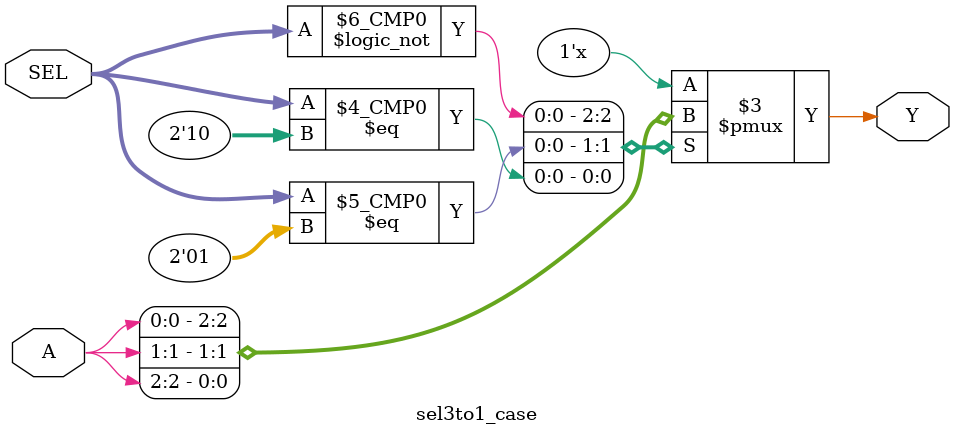
<source format=v>
module sel3to1_case(A,SEL,Y);
input [2:0] A;
input [1:0] SEL;
output Y;
reg Y;
always@(A or SEL)
begin
	case(SEL)
	2'b00:Y=A[0];
	2'b01:Y=A[1];
	2'b10:Y=A[2];
	default:Y=1'bx;
	endcase
end
endmodule

</source>
